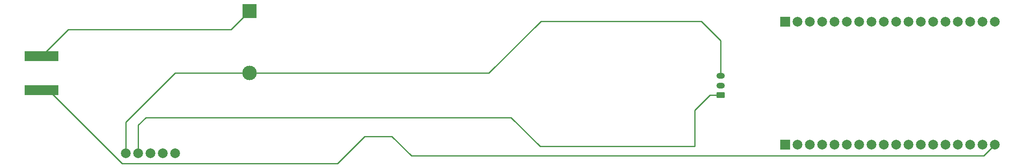
<source format=gbr>
%TF.GenerationSoftware,KiCad,Pcbnew,7.0.5-0*%
%TF.CreationDate,2023-11-06T11:32:01-05:00*%
%TF.ProjectId,Lemmingometre_v3,4c656d6d-696e-4676-9f6d-657472655f76,rev?*%
%TF.SameCoordinates,Original*%
%TF.FileFunction,Copper,L1,Top*%
%TF.FilePolarity,Positive*%
%FSLAX46Y46*%
G04 Gerber Fmt 4.6, Leading zero omitted, Abs format (unit mm)*
G04 Created by KiCad (PCBNEW 7.0.5-0) date 2023-11-06 11:32:01*
%MOMM*%
%LPD*%
G01*
G04 APERTURE LIST*
G04 Aperture macros list*
%AMRoundRect*
0 Rectangle with rounded corners*
0 $1 Rounding radius*
0 $2 $3 $4 $5 $6 $7 $8 $9 X,Y pos of 4 corners*
0 Add a 4 corners polygon primitive as box body*
4,1,4,$2,$3,$4,$5,$6,$7,$8,$9,$2,$3,0*
0 Add four circle primitives for the rounded corners*
1,1,$1+$1,$2,$3*
1,1,$1+$1,$4,$5*
1,1,$1+$1,$6,$7*
1,1,$1+$1,$8,$9*
0 Add four rect primitives between the rounded corners*
20,1,$1+$1,$2,$3,$4,$5,0*
20,1,$1+$1,$4,$5,$6,$7,0*
20,1,$1+$1,$6,$7,$8,$9,0*
20,1,$1+$1,$8,$9,$2,$3,0*%
G04 Aperture macros list end*
%TA.AperFunction,ComponentPad*%
%ADD10R,3.000000X3.000000*%
%TD*%
%TA.AperFunction,ComponentPad*%
%ADD11C,3.000000*%
%TD*%
%TA.AperFunction,ComponentPad*%
%ADD12RoundRect,0.250000X0.625000X-0.350000X0.625000X0.350000X-0.625000X0.350000X-0.625000X-0.350000X0*%
%TD*%
%TA.AperFunction,ComponentPad*%
%ADD13O,1.750000X1.200000*%
%TD*%
%TA.AperFunction,ComponentPad*%
%ADD14C,2.000000*%
%TD*%
%TA.AperFunction,ComponentPad*%
%ADD15R,2.000000X2.000000*%
%TD*%
%TA.AperFunction,ComponentPad*%
%ADD16R,7.000000X2.000000*%
%TD*%
%TA.AperFunction,Conductor*%
%ADD17C,0.250000*%
%TD*%
G04 APERTURE END LIST*
D10*
%TO.P,Battery,1,+*%
%TO.N,Net-(BT1-+)*%
X77350000Y-96550000D03*
D11*
%TO.P,Battery,2,-*%
%TO.N,Net-(BT1--)*%
X77350000Y-109350000D03*
%TD*%
D12*
%TO.P,PIR,1,Pin_1*%
%TO.N,Net-(J2-Pin_1)*%
X174400000Y-113900000D03*
D13*
%TO.P,PIR,2,Pin_2*%
%TO.N,Net-(J2-Pin_2)*%
X174400000Y-111900000D03*
%TO.P,PIR,3,Pin_3*%
%TO.N,Net-(BT1--)*%
X174400000Y-109900000D03*
%TD*%
D14*
%TO.P,Firebeetle,1,IO1/TXD*%
%TO.N,unconnected-(U1-IO1{slash}TXD-Pad1)*%
X190260000Y-124100000D03*
%TO.P,Firebeetle,2,IO2/D9*%
%TO.N,unconnected-(U1-IO2{slash}D9-Pad2)*%
X210580000Y-124100000D03*
D15*
%TO.P,Firebeetle,3,IO3/RXD*%
%TO.N,unconnected-(U1-IO3{slash}RXD-Pad3)*%
X187720000Y-124100000D03*
D14*
%TO.P,Firebeetle,4,D0/IO4*%
%TO.N,unconnected-(U1-D0{slash}IO4-Pad4)*%
X223280000Y-98700000D03*
%TO.P,Firebeetle,5,IO5/D8*%
%TO.N,unconnected-(U1-IO5{slash}D8-Pad5)*%
X208040000Y-124100000D03*
%TO.P,Firebeetle,6,IO6/CLK*%
%TO.N,unconnected-(U1-IO6{slash}CLK-Pad6)*%
X213120000Y-124100000D03*
%TO.P,Firebeetle,7,IO7/SD0*%
%TO.N,unconnected-(U1-IO7{slash}SD0-Pad7)*%
X215660000Y-124100000D03*
%TO.P,Firebeetle,8,IO8/SD1*%
%TO.N,unconnected-(U1-IO8{slash}SD1-Pad8)*%
X218200000Y-124100000D03*
%TO.P,Firebeetle,9,IO9/D5*%
%TO.N,unconnected-(U1-IO9{slash}D5-Pad9)*%
X200420000Y-124100000D03*
%TO.P,Firebeetle,10,IO10/D6*%
%TO.N,unconnected-(U1-IO10{slash}D6-Pad10)*%
X202960000Y-124100000D03*
%TO.P,Firebeetle,11,IO11/CMD*%
%TO.N,unconnected-(U1-IO11{slash}CMD-Pad11)*%
X220740000Y-124100000D03*
%TO.P,Firebeetle,12,MCLK/IO12*%
%TO.N,unconnected-(U1-MCLK{slash}IO12-Pad12)*%
X220740000Y-98700000D03*
%TO.P,Firebeetle,13,IO13/D7*%
%TO.N,unconnected-(U1-IO13{slash}D7-Pad13)*%
X205500000Y-124100000D03*
%TO.P,Firebeetle,14,BCLK/IO14*%
%TO.N,unconnected-(U1-BCLK{slash}IO14-Pad14)*%
X218200000Y-98700000D03*
%TO.P,Firebeetle,15,A4/IO15*%
%TO.N,unconnected-(U1-A4{slash}IO15-Pad15)*%
X197880000Y-98700000D03*
%TO.P,Firebeetle,16,D1/IO16*%
%TO.N,unconnected-(U1-D1{slash}IO16-Pad16)*%
X225820000Y-98700000D03*
%TO.P,Firebeetle,17,LRCK/IO17*%
%TO.N,unconnected-(U1-LRCK{slash}IO17-Pad17)*%
X228360000Y-98700000D03*
%TO.P,Firebeetle,18,SCK/IO18*%
%TO.N,unconnected-(U1-SCK{slash}IO18-Pad18)*%
X205500000Y-98700000D03*
%TO.P,Firebeetle,19,MISO/IO19*%
%TO.N,unconnected-(U1-MISO{slash}IO19-Pad19)*%
X210580000Y-98700000D03*
%TO.P,Firebeetle,21,SDA/IO21*%
%TO.N,Net-(U1-SDA{slash}IO21)*%
X213120000Y-98700000D03*
%TO.P,Firebeetle,22,SCL/IO22*%
%TO.N,Net-(U1-SCL{slash}IO22)*%
X215660000Y-98700000D03*
%TO.P,Firebeetle,23,MOSI/IO23*%
%TO.N,unconnected-(U1-MOSI{slash}IO23-Pad23)*%
X208040000Y-98700000D03*
%TO.P,Firebeetle,25,IO25/D2*%
%TO.N,unconnected-(U1-IO25{slash}D2-Pad25)*%
X192800000Y-124100000D03*
%TO.P,Firebeetle,26,IO26/D3*%
%TO.N,Net-(J2-Pin_2)*%
X195340000Y-124100000D03*
%TO.P,Firebeetle,27,IO27/D4*%
%TO.N,unconnected-(U1-IO27{slash}D4-Pad27)*%
X197880000Y-124100000D03*
%TO.P,Firebeetle,34,A2/IO34*%
%TO.N,unconnected-(U1-A2{slash}IO34-Pad34)*%
X192800000Y-98700000D03*
%TO.P,Firebeetle,35,A3/IO35*%
%TO.N,unconnected-(U1-A3{slash}IO35-Pad35)*%
X195340000Y-98700000D03*
D15*
%TO.P,Firebeetle,36,A0/IO36*%
%TO.N,unconnected-(U1-A0{slash}IO36-Pad36)*%
X187720000Y-98700000D03*
D14*
%TO.P,Firebeetle,39,A1/IO39*%
%TO.N,unconnected-(U1-A1{slash}IO39-Pad39)*%
X190260000Y-98700000D03*
%TO.P,Firebeetle,40,NC*%
%TO.N,unconnected-(U1-NC-Pad40)*%
X200420000Y-98700000D03*
%TO.P,Firebeetle,41,IO0*%
%TO.N,unconnected-(U1-IO0-Pad41)*%
X202960000Y-98700000D03*
%TO.P,Firebeetle,42,RST*%
%TO.N,unconnected-(U1-RST-Pad42)*%
X230900000Y-98700000D03*
%TO.P,Firebeetle,43,GND*%
%TO.N,Net-(BT1--)*%
X223280000Y-124100000D03*
%TO.P,Firebeetle,44,AREF*%
%TO.N,unconnected-(U1-AREF-Pad44)*%
X225820000Y-124100000D03*
%TO.P,Firebeetle,45,3V3*%
%TO.N,Net-(J2-Pin_1)*%
X228360000Y-124100000D03*
%TO.P,Firebeetle,46,VCC*%
%TO.N,Net-(U1-VCC)*%
X230900000Y-124100000D03*
%TD*%
%TO.P,RTC,1,GND*%
%TO.N,Net-(BT1--)*%
X51900000Y-125900000D03*
%TO.P,RTC,2,VCC*%
%TO.N,Net-(J2-Pin_1)*%
X54440000Y-125900000D03*
%TO.P,RTC,3,SDA*%
%TO.N,Net-(U1-SDA{slash}IO21)*%
X56980000Y-125900000D03*
%TO.P,RTC,4,SCL*%
%TO.N,Net-(U1-SCL{slash}IO22)*%
X59520000Y-125900000D03*
%TO.P,RTC,5,SQW*%
%TO.N,unconnected-(U2-SQW-Pad5)*%
X62060000Y-125900000D03*
%TD*%
D16*
%TO.P,Switch,1*%
%TO.N,Net-(BT1-+)*%
X34500000Y-105800000D03*
%TO.P,Switch,2*%
%TO.N,Net-(U1-VCC)*%
X34500000Y-112900000D03*
%TD*%
D17*
%TO.N,Net-(J2-Pin_1)*%
X131200000Y-118500000D02*
X137200000Y-124500000D01*
X169100000Y-117000000D02*
X172200000Y-113900000D01*
X56000000Y-118500000D02*
X131200000Y-118500000D01*
X137200000Y-124500000D02*
X169100000Y-124500000D01*
X54440000Y-125900000D02*
X54440000Y-120060000D01*
X169100000Y-124500000D02*
X169100000Y-117000000D01*
X172200000Y-113900000D02*
X174400000Y-113900000D01*
X54440000Y-120060000D02*
X56000000Y-118500000D01*
%TO.N,Net-(BT1-+)*%
X40000000Y-100300000D02*
X34500000Y-105800000D01*
X73600000Y-100300000D02*
X40000000Y-100300000D01*
X77350000Y-96550000D02*
X73600000Y-100300000D01*
%TO.N,Net-(BT1--)*%
X62050000Y-109350000D02*
X77350000Y-109350000D01*
X174400000Y-102600000D02*
X174400000Y-109900000D01*
X170400000Y-98600000D02*
X174400000Y-102600000D01*
X137400000Y-98600000D02*
X170400000Y-98600000D01*
X77350000Y-109350000D02*
X126650000Y-109350000D01*
X51900000Y-125900000D02*
X51900000Y-119500000D01*
X51900000Y-119500000D02*
X62050000Y-109350000D01*
X126650000Y-109350000D02*
X137400000Y-98600000D01*
%TO.N,Net-(U1-VCC)*%
X228600000Y-126400000D02*
X230900000Y-124100000D01*
X95500000Y-128000000D02*
X101100000Y-122400000D01*
X34500000Y-112900000D02*
X36000000Y-112900000D01*
X101100000Y-122400000D02*
X106700000Y-122400000D01*
X110700000Y-126400000D02*
X228600000Y-126400000D01*
X51100000Y-128000000D02*
X95500000Y-128000000D01*
X36000000Y-112900000D02*
X51100000Y-128000000D01*
X106700000Y-122400000D02*
X110700000Y-126400000D01*
%TD*%
M02*

</source>
